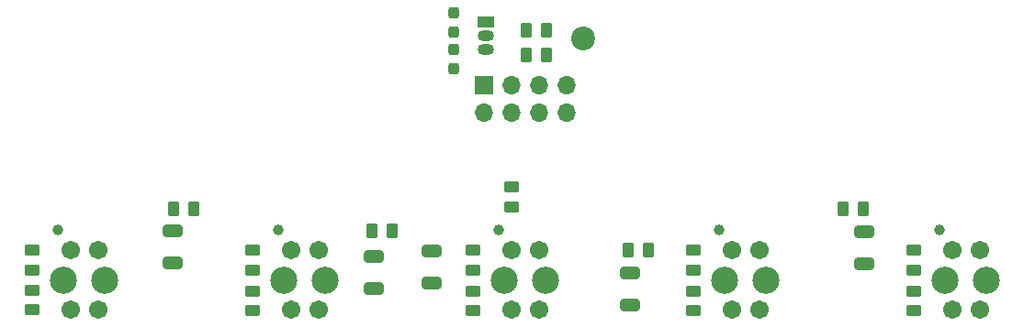
<source format=gbr>
%TF.GenerationSoftware,KiCad,Pcbnew,(7.0.0)*%
%TF.CreationDate,2023-09-21T17:36:52+12:00*%
%TF.ProjectId,SensorBoard,53656e73-6f72-4426-9f61-72642e6b6963,rev?*%
%TF.SameCoordinates,PX60e4b00PY48ab840*%
%TF.FileFunction,Soldermask,Top*%
%TF.FilePolarity,Negative*%
%FSLAX46Y46*%
G04 Gerber Fmt 4.6, Leading zero omitted, Abs format (unit mm)*
G04 Created by KiCad (PCBNEW (7.0.0)) date 2023-09-21 17:36:52*
%MOMM*%
%LPD*%
G01*
G04 APERTURE LIST*
G04 Aperture macros list*
%AMRoundRect*
0 Rectangle with rounded corners*
0 $1 Rounding radius*
0 $2 $3 $4 $5 $6 $7 $8 $9 X,Y pos of 4 corners*
0 Add a 4 corners polygon primitive as box body*
4,1,4,$2,$3,$4,$5,$6,$7,$8,$9,$2,$3,0*
0 Add four circle primitives for the rounded corners*
1,1,$1+$1,$2,$3*
1,1,$1+$1,$4,$5*
1,1,$1+$1,$6,$7*
1,1,$1+$1,$8,$9*
0 Add four rect primitives between the rounded corners*
20,1,$1+$1,$2,$3,$4,$5,0*
20,1,$1+$1,$4,$5,$6,$7,0*
20,1,$1+$1,$6,$7,$8,$9,0*
20,1,$1+$1,$8,$9,$2,$3,0*%
G04 Aperture macros list end*
%ADD10RoundRect,0.250000X-0.650000X0.325000X-0.650000X-0.325000X0.650000X-0.325000X0.650000X0.325000X0*%
%ADD11RoundRect,0.250000X-0.262500X-0.450000X0.262500X-0.450000X0.262500X0.450000X-0.262500X0.450000X0*%
%ADD12RoundRect,0.250000X0.450000X-0.262500X0.450000X0.262500X-0.450000X0.262500X-0.450000X-0.262500X0*%
%ADD13RoundRect,0.250000X-0.450000X0.262500X-0.450000X-0.262500X0.450000X-0.262500X0.450000X0.262500X0*%
%ADD14C,1.000000*%
%ADD15C,2.500000*%
%ADD16C,1.704000*%
%ADD17RoundRect,0.250000X0.262500X0.450000X-0.262500X0.450000X-0.262500X-0.450000X0.262500X-0.450000X0*%
%ADD18C,2.200000*%
%ADD19RoundRect,0.237500X-0.237500X0.300000X-0.237500X-0.300000X0.237500X-0.300000X0.237500X0.300000X0*%
%ADD20RoundRect,0.237500X0.237500X-0.300000X0.237500X0.300000X-0.237500X0.300000X-0.237500X-0.300000X0*%
%ADD21R,1.500000X1.050000*%
%ADD22O,1.500000X1.050000*%
%ADD23R,1.700000X1.700000*%
%ADD24O,1.700000X1.700000*%
G04 APERTURE END LIST*
D10*
%TO.C,C7*%
X17018000Y11938000D03*
X17018000Y8988000D03*
%TD*%
D11*
%TO.C,R13*%
X78843500Y13970000D03*
X80668500Y13970000D03*
%TD*%
D12*
%TO.C,R7*%
X24384000Y4572000D03*
X24384000Y6397000D03*
%TD*%
D11*
%TO.C,R14*%
X59031500Y10160000D03*
X60856500Y10160000D03*
%TD*%
D13*
%TO.C,R8*%
X24384000Y10160000D03*
X24384000Y8335000D03*
%TD*%
D14*
%TO.C,U1*%
X87720000Y12060000D03*
D15*
X92070000Y7410000D03*
X88270000Y7410000D03*
D16*
X91440000Y4660000D03*
X88900000Y4660000D03*
X91440000Y10160000D03*
X88900000Y10160000D03*
%TD*%
D12*
%TO.C,R3*%
X65024000Y4572000D03*
X65024000Y6397000D03*
%TD*%
%TO.C,R5*%
X44704000Y4572000D03*
X44704000Y6397000D03*
%TD*%
D11*
%TO.C,R12*%
X49633500Y30480000D03*
X51458500Y30480000D03*
%TD*%
D17*
%TO.C,R17*%
X18946500Y13970000D03*
X17121500Y13970000D03*
%TD*%
D18*
%TO.C,H1*%
X54864000Y29718000D03*
%TD*%
D13*
%TO.C,R2*%
X85344000Y10160000D03*
X85344000Y8335000D03*
%TD*%
D10*
%TO.C,C5*%
X40894000Y10111000D03*
X40894000Y7161000D03*
%TD*%
D14*
%TO.C,U5*%
X6440000Y12060000D03*
D15*
X10790000Y7410000D03*
X6990000Y7410000D03*
D16*
X10160000Y4660000D03*
X7620000Y4660000D03*
X10160000Y10160000D03*
X7620000Y10160000D03*
%TD*%
D10*
%TO.C,C6*%
X35560000Y9603000D03*
X35560000Y6653000D03*
%TD*%
D12*
%TO.C,R1*%
X85344000Y4572000D03*
X85344000Y6397000D03*
%TD*%
D14*
%TO.C,U4*%
X26760000Y12060000D03*
D15*
X31110000Y7410000D03*
X27310000Y7410000D03*
D16*
X30480000Y4660000D03*
X27940000Y4660000D03*
X30480000Y10160000D03*
X27940000Y10160000D03*
%TD*%
D14*
%TO.C,U2*%
X67400000Y12060000D03*
D15*
X71750000Y7410000D03*
X67950000Y7410000D03*
D16*
X71120000Y4660000D03*
X68580000Y4660000D03*
X71120000Y10160000D03*
X68580000Y10160000D03*
%TD*%
D17*
%TO.C,R16*%
X37234500Y11938000D03*
X35409500Y11938000D03*
%TD*%
D10*
%TO.C,C4*%
X59182000Y8079000D03*
X59182000Y5129000D03*
%TD*%
D11*
%TO.C,R11*%
X49633500Y28194000D03*
X51458500Y28194000D03*
%TD*%
D13*
%TO.C,R15*%
X48260000Y16002000D03*
X48260000Y14177000D03*
%TD*%
D10*
%TO.C,C3*%
X80772000Y11889000D03*
X80772000Y8939000D03*
%TD*%
D12*
%TO.C,R9*%
X4064000Y4675500D03*
X4064000Y6500500D03*
%TD*%
D19*
%TO.C,C1*%
X42926000Y28702000D03*
X42926000Y26977000D03*
%TD*%
D14*
%TO.C,U3*%
X47080000Y12060000D03*
D15*
X51430000Y7410000D03*
X47630000Y7410000D03*
D16*
X50800000Y4660000D03*
X48260000Y4660000D03*
X50800000Y10160000D03*
X48260000Y10160000D03*
%TD*%
D20*
%TO.C,C2*%
X42926000Y30379500D03*
X42926000Y32104500D03*
%TD*%
D13*
%TO.C,R4*%
X65024000Y10160000D03*
X65024000Y8335000D03*
%TD*%
%TO.C,R6*%
X44704000Y10160000D03*
X44704000Y8335000D03*
%TD*%
%TO.C,R10*%
X4064000Y10160000D03*
X4064000Y8335000D03*
%TD*%
D21*
%TO.C,U6*%
X45867999Y31241999D03*
D22*
X45867999Y29971999D03*
X45867999Y28701999D03*
%TD*%
D23*
%TO.C,J1*%
X45719999Y25399999D03*
D24*
X45719999Y22859999D03*
X48259999Y25399999D03*
X48259999Y22859999D03*
X50799999Y25399999D03*
X50799999Y22859999D03*
X53339999Y25399999D03*
X53339999Y22859999D03*
%TD*%
M02*

</source>
